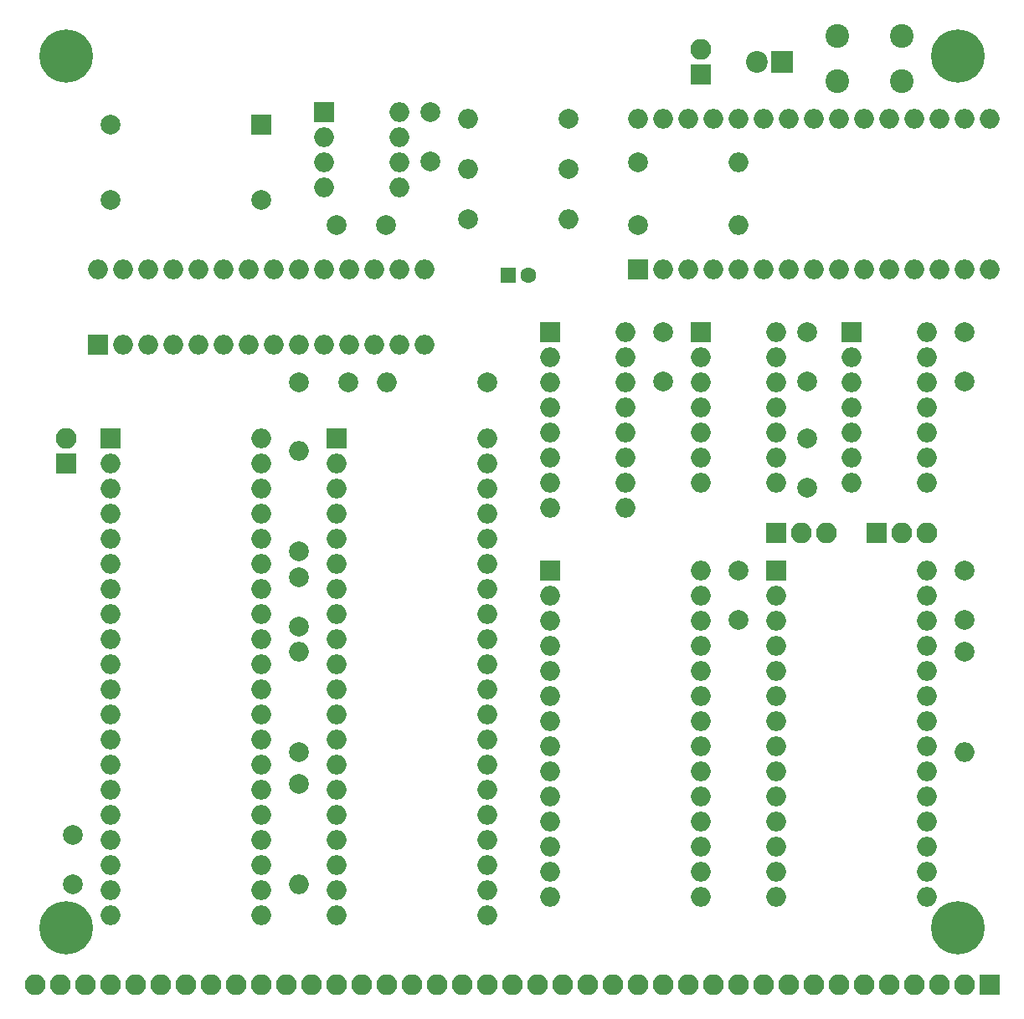
<source format=gts>
G04 #@! TF.FileFunction,Soldermask,Top*
%FSLAX46Y46*%
G04 Gerber Fmt 4.6, Leading zero omitted, Abs format (unit mm)*
G04 Created by KiCad (PCBNEW 4.0.6) date 07/09/17 19:14:54*
%MOMM*%
%LPD*%
G01*
G04 APERTURE LIST*
%ADD10C,0.100000*%
%ADD11R,2.000000X2.000000*%
%ADD12O,2.000000X2.000000*%
%ADD13C,2.000000*%
%ADD14R,2.100000X2.100000*%
%ADD15O,2.100000X2.100000*%
%ADD16C,2.400000*%
%ADD17R,1.600000X1.600000*%
%ADD18C,1.600000*%
%ADD19C,5.400000*%
%ADD20R,2.200000X2.200000*%
%ADD21C,2.200000*%
G04 APERTURE END LIST*
D10*
D11*
X147955000Y-82550000D03*
D12*
X163195000Y-130810000D03*
X147955000Y-85090000D03*
X163195000Y-128270000D03*
X147955000Y-87630000D03*
X163195000Y-125730000D03*
X147955000Y-90170000D03*
X163195000Y-123190000D03*
X147955000Y-92710000D03*
X163195000Y-120650000D03*
X147955000Y-95250000D03*
X163195000Y-118110000D03*
X147955000Y-97790000D03*
X163195000Y-115570000D03*
X147955000Y-100330000D03*
X163195000Y-113030000D03*
X147955000Y-102870000D03*
X163195000Y-110490000D03*
X147955000Y-105410000D03*
X163195000Y-107950000D03*
X147955000Y-107950000D03*
X163195000Y-105410000D03*
X147955000Y-110490000D03*
X163195000Y-102870000D03*
X147955000Y-113030000D03*
X163195000Y-100330000D03*
X147955000Y-115570000D03*
X163195000Y-97790000D03*
X147955000Y-118110000D03*
X163195000Y-95250000D03*
X147955000Y-120650000D03*
X163195000Y-92710000D03*
X147955000Y-123190000D03*
X163195000Y-90170000D03*
X147955000Y-125730000D03*
X163195000Y-87630000D03*
X147955000Y-128270000D03*
X163195000Y-85090000D03*
X147955000Y-130810000D03*
X163195000Y-82550000D03*
D13*
X144145000Y-101600000D03*
X144145000Y-96600000D03*
X188595000Y-95885000D03*
X188595000Y-100885000D03*
X211455000Y-95885000D03*
X211455000Y-100885000D03*
X211455000Y-71755000D03*
X211455000Y-76755000D03*
X147955000Y-60960000D03*
X152955000Y-60960000D03*
X195580000Y-71755000D03*
X195580000Y-76755000D03*
X121285000Y-127635000D03*
X121285000Y-122635000D03*
X144145000Y-76835000D03*
X149145000Y-76835000D03*
X157480000Y-49530000D03*
X157480000Y-54530000D03*
D11*
X178435000Y-65405000D03*
D12*
X211455000Y-50165000D03*
X180975000Y-65405000D03*
X208915000Y-50165000D03*
X183515000Y-65405000D03*
X206375000Y-50165000D03*
X186055000Y-65405000D03*
X203835000Y-50165000D03*
X188595000Y-65405000D03*
X201295000Y-50165000D03*
X191135000Y-65405000D03*
X198755000Y-50165000D03*
X193675000Y-65405000D03*
X196215000Y-50165000D03*
X196215000Y-65405000D03*
X193675000Y-50165000D03*
X198755000Y-65405000D03*
X191135000Y-50165000D03*
X201295000Y-65405000D03*
X188595000Y-50165000D03*
X203835000Y-65405000D03*
X186055000Y-50165000D03*
X206375000Y-65405000D03*
X183515000Y-50165000D03*
X208915000Y-65405000D03*
X180975000Y-50165000D03*
X211455000Y-65405000D03*
X178435000Y-50165000D03*
X213995000Y-65405000D03*
X213995000Y-50165000D03*
D14*
X213995000Y-137795000D03*
D15*
X211455000Y-137795000D03*
X208915000Y-137795000D03*
X206375000Y-137795000D03*
X203835000Y-137795000D03*
X201295000Y-137795000D03*
X198755000Y-137795000D03*
X196215000Y-137795000D03*
X193675000Y-137795000D03*
X191135000Y-137795000D03*
X188595000Y-137795000D03*
X186055000Y-137795000D03*
X183515000Y-137795000D03*
X180975000Y-137795000D03*
X178435000Y-137795000D03*
X175895000Y-137795000D03*
X173355000Y-137795000D03*
X170815000Y-137795000D03*
X168275000Y-137795000D03*
X165735000Y-137795000D03*
X163195000Y-137795000D03*
X160655000Y-137795000D03*
X158115000Y-137795000D03*
X155575000Y-137795000D03*
X153035000Y-137795000D03*
X150495000Y-137795000D03*
X147955000Y-137795000D03*
X145415000Y-137795000D03*
X142875000Y-137795000D03*
X140335000Y-137795000D03*
X137795000Y-137795000D03*
X135255000Y-137795000D03*
X132715000Y-137795000D03*
X130175000Y-137795000D03*
X127635000Y-137795000D03*
X125095000Y-137795000D03*
X122555000Y-137795000D03*
X120015000Y-137795000D03*
X117475000Y-137795000D03*
D13*
X211455000Y-104140000D03*
D12*
X211455000Y-114300000D03*
D13*
X171450000Y-50165000D03*
D12*
X161290000Y-50165000D03*
D13*
X171450000Y-55245000D03*
D12*
X161290000Y-55245000D03*
D13*
X161290000Y-60325000D03*
D12*
X171450000Y-60325000D03*
D13*
X178435000Y-54610000D03*
D12*
X188595000Y-54610000D03*
D13*
X144145000Y-117475000D03*
D12*
X144145000Y-127635000D03*
D13*
X144145000Y-114300000D03*
D12*
X144145000Y-104140000D03*
D13*
X144145000Y-93980000D03*
D12*
X144145000Y-83820000D03*
D13*
X178435000Y-60960000D03*
D12*
X188595000Y-60960000D03*
D16*
X205105000Y-41855000D03*
X205105000Y-46355000D03*
X198605000Y-41855000D03*
X198605000Y-46355000D03*
D11*
X169545000Y-95885000D03*
D12*
X184785000Y-128905000D03*
X169545000Y-98425000D03*
X184785000Y-126365000D03*
X169545000Y-100965000D03*
X184785000Y-123825000D03*
X169545000Y-103505000D03*
X184785000Y-121285000D03*
X169545000Y-106045000D03*
X184785000Y-118745000D03*
X169545000Y-108585000D03*
X184785000Y-116205000D03*
X169545000Y-111125000D03*
X184785000Y-113665000D03*
X169545000Y-113665000D03*
X184785000Y-111125000D03*
X169545000Y-116205000D03*
X184785000Y-108585000D03*
X169545000Y-118745000D03*
X184785000Y-106045000D03*
X169545000Y-121285000D03*
X184785000Y-103505000D03*
X169545000Y-123825000D03*
X184785000Y-100965000D03*
X169545000Y-126365000D03*
X184785000Y-98425000D03*
X169545000Y-128905000D03*
X184785000Y-95885000D03*
D11*
X200025000Y-71755000D03*
D12*
X207645000Y-86995000D03*
X200025000Y-74295000D03*
X207645000Y-84455000D03*
X200025000Y-76835000D03*
X207645000Y-81915000D03*
X200025000Y-79375000D03*
X207645000Y-79375000D03*
X200025000Y-81915000D03*
X207645000Y-76835000D03*
X200025000Y-84455000D03*
X207645000Y-74295000D03*
X200025000Y-86995000D03*
X207645000Y-71755000D03*
D11*
X184785000Y-71755000D03*
D12*
X192405000Y-86995000D03*
X184785000Y-74295000D03*
X192405000Y-84455000D03*
X184785000Y-76835000D03*
X192405000Y-81915000D03*
X184785000Y-79375000D03*
X192405000Y-79375000D03*
X184785000Y-81915000D03*
X192405000Y-76835000D03*
X184785000Y-84455000D03*
X192405000Y-74295000D03*
X184785000Y-86995000D03*
X192405000Y-71755000D03*
D11*
X125095000Y-82550000D03*
D12*
X140335000Y-130810000D03*
X125095000Y-85090000D03*
X140335000Y-128270000D03*
X125095000Y-87630000D03*
X140335000Y-125730000D03*
X125095000Y-90170000D03*
X140335000Y-123190000D03*
X125095000Y-92710000D03*
X140335000Y-120650000D03*
X125095000Y-95250000D03*
X140335000Y-118110000D03*
X125095000Y-97790000D03*
X140335000Y-115570000D03*
X125095000Y-100330000D03*
X140335000Y-113030000D03*
X125095000Y-102870000D03*
X140335000Y-110490000D03*
X125095000Y-105410000D03*
X140335000Y-107950000D03*
X125095000Y-107950000D03*
X140335000Y-105410000D03*
X125095000Y-110490000D03*
X140335000Y-102870000D03*
X125095000Y-113030000D03*
X140335000Y-100330000D03*
X125095000Y-115570000D03*
X140335000Y-97790000D03*
X125095000Y-118110000D03*
X140335000Y-95250000D03*
X125095000Y-120650000D03*
X140335000Y-92710000D03*
X125095000Y-123190000D03*
X140335000Y-90170000D03*
X125095000Y-125730000D03*
X140335000Y-87630000D03*
X125095000Y-128270000D03*
X140335000Y-85090000D03*
X125095000Y-130810000D03*
X140335000Y-82550000D03*
D11*
X123825000Y-73025000D03*
D12*
X156845000Y-65405000D03*
X126365000Y-73025000D03*
X154305000Y-65405000D03*
X128905000Y-73025000D03*
X151765000Y-65405000D03*
X131445000Y-73025000D03*
X149225000Y-65405000D03*
X133985000Y-73025000D03*
X146685000Y-65405000D03*
X136525000Y-73025000D03*
X144145000Y-65405000D03*
X139065000Y-73025000D03*
X141605000Y-65405000D03*
X141605000Y-73025000D03*
X139065000Y-65405000D03*
X144145000Y-73025000D03*
X136525000Y-65405000D03*
X146685000Y-73025000D03*
X133985000Y-65405000D03*
X149225000Y-73025000D03*
X131445000Y-65405000D03*
X151765000Y-73025000D03*
X128905000Y-65405000D03*
X154305000Y-73025000D03*
X126365000Y-65405000D03*
X156845000Y-73025000D03*
X123825000Y-65405000D03*
D11*
X140335000Y-50800000D03*
D13*
X140335000Y-58420000D03*
X125095000Y-58420000D03*
X125095000Y-50800000D03*
D11*
X169545000Y-71755000D03*
D12*
X177165000Y-89535000D03*
X169545000Y-74295000D03*
X177165000Y-86995000D03*
X169545000Y-76835000D03*
X177165000Y-84455000D03*
X169545000Y-79375000D03*
X177165000Y-81915000D03*
X169545000Y-81915000D03*
X177165000Y-79375000D03*
X169545000Y-84455000D03*
X177165000Y-76835000D03*
X169545000Y-86995000D03*
X177165000Y-74295000D03*
X169545000Y-89535000D03*
X177165000Y-71755000D03*
D11*
X192405000Y-95885000D03*
D12*
X207645000Y-128905000D03*
X192405000Y-98425000D03*
X207645000Y-126365000D03*
X192405000Y-100965000D03*
X207645000Y-123825000D03*
X192405000Y-103505000D03*
X207645000Y-121285000D03*
X192405000Y-106045000D03*
X207645000Y-118745000D03*
X192405000Y-108585000D03*
X207645000Y-116205000D03*
X192405000Y-111125000D03*
X207645000Y-113665000D03*
X192405000Y-113665000D03*
X207645000Y-111125000D03*
X192405000Y-116205000D03*
X207645000Y-108585000D03*
X192405000Y-118745000D03*
X207645000Y-106045000D03*
X192405000Y-121285000D03*
X207645000Y-103505000D03*
X192405000Y-123825000D03*
X207645000Y-100965000D03*
X192405000Y-126365000D03*
X207645000Y-98425000D03*
X192405000Y-128905000D03*
X207645000Y-95885000D03*
D11*
X146685000Y-49530000D03*
D12*
X154305000Y-57150000D03*
X146685000Y-52070000D03*
X154305000Y-54610000D03*
X146685000Y-54610000D03*
X154305000Y-52070000D03*
X146685000Y-57150000D03*
X154305000Y-49530000D03*
D13*
X180975000Y-71755000D03*
X180975000Y-76755000D03*
D17*
X165354000Y-66040000D03*
D18*
X167354000Y-66040000D03*
D13*
X195580000Y-82550000D03*
X195580000Y-87550000D03*
D19*
X210820000Y-132080000D03*
X120650000Y-132080000D03*
X210820000Y-43815000D03*
X120650000Y-43815000D03*
D14*
X120650000Y-85090000D03*
D15*
X120650000Y-82550000D03*
D20*
X193040000Y-44450000D03*
D21*
X190500000Y-44450000D03*
D14*
X184785000Y-45720000D03*
D15*
X184785000Y-43180000D03*
D14*
X192405000Y-92075000D03*
D15*
X194945000Y-92075000D03*
X197485000Y-92075000D03*
D14*
X202565000Y-92075000D03*
D15*
X205105000Y-92075000D03*
X207645000Y-92075000D03*
D13*
X163195000Y-76835000D03*
D12*
X153035000Y-76835000D03*
M02*

</source>
